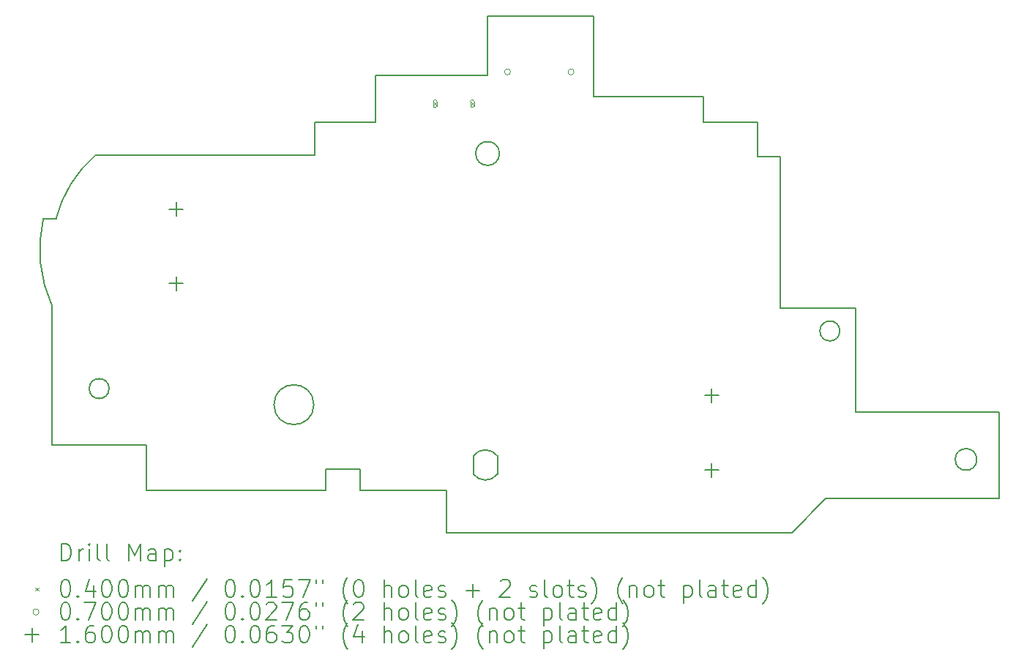
<source format=gbr>
%TF.GenerationSoftware,KiCad,Pcbnew,8.0.2*%
%TF.CreationDate,2025-02-05T20:19:19-08:00*%
%TF.ProjectId,progcc_3.3_main,70726f67-6363-45f3-932e-335f6d61696e,1*%
%TF.SameCoordinates,Original*%
%TF.FileFunction,Drillmap*%
%TF.FilePolarity,Positive*%
%FSLAX45Y45*%
G04 Gerber Fmt 4.5, Leading zero omitted, Abs format (unit mm)*
G04 Created by KiCad (PCBNEW 8.0.2) date 2025-02-05 20:19:19*
%MOMM*%
%LPD*%
G01*
G04 APERTURE LIST*
%ADD10C,0.200000*%
%ADD11C,0.100000*%
%ADD12C,0.160000*%
G04 APERTURE END LIST*
D10*
X16360622Y-10811436D02*
X16630622Y-10811436D01*
X17155623Y-14761436D02*
X16765622Y-15161436D01*
X12765623Y-15161436D02*
X12765623Y-14671436D01*
X13378123Y-10771436D02*
G75*
G02*
X13103123Y-10771436I-137500J0D01*
G01*
X13103123Y-10771436D02*
G75*
G02*
X13378123Y-10771436I137500J0D01*
G01*
X19155623Y-13761436D02*
X19155623Y-14761436D01*
X13075623Y-14270000D02*
G75*
G02*
X13355623Y-14270000I140000J-105000D01*
G01*
X16630622Y-12561436D02*
X17500623Y-12561436D01*
X16360622Y-10411436D02*
X16360622Y-10811436D01*
X13240623Y-9871436D02*
X13240623Y-9186436D01*
X11765623Y-14421436D02*
X11365623Y-14421436D01*
X9295623Y-14141436D02*
X8205623Y-14141436D01*
X17500623Y-12561436D02*
X17500623Y-13761436D01*
X12765623Y-14671436D02*
X11765623Y-14671436D01*
X8705623Y-10791436D02*
X11240623Y-10791436D01*
X18900000Y-14311000D02*
G75*
G02*
X18650000Y-14311000I-125000J0D01*
G01*
X18650000Y-14311000D02*
G75*
G02*
X18900000Y-14311000I125000J0D01*
G01*
X14470622Y-9186436D02*
X14470622Y-10111436D01*
X9295623Y-14671436D02*
X9295623Y-14141436D01*
X11940623Y-9871436D02*
X13240623Y-9871436D01*
X15740622Y-10111436D02*
X15740622Y-10411436D01*
X11365623Y-14671436D02*
X9295623Y-14671436D01*
X16765622Y-15161436D02*
X12765623Y-15161436D01*
X8101675Y-11525814D02*
X8249271Y-11525814D01*
X8205623Y-14141436D02*
X8205623Y-12541436D01*
X15740622Y-10411436D02*
X16360622Y-10411436D01*
X8862500Y-13491436D02*
G75*
G02*
X8632500Y-13491436I-115000J0D01*
G01*
X8632500Y-13491436D02*
G75*
G02*
X8862500Y-13491436I115000J0D01*
G01*
X11240623Y-10411436D02*
X11940623Y-10411436D01*
X11765623Y-14671436D02*
X11765623Y-14421436D01*
X11230000Y-13677500D02*
G75*
G02*
X10770000Y-13677500I-230000J0D01*
G01*
X10770000Y-13677500D02*
G75*
G02*
X11230000Y-13677500I230000J0D01*
G01*
X11240623Y-10791436D02*
X11240623Y-10411436D01*
X13240623Y-9186436D02*
X14470622Y-9186436D01*
X11365623Y-14421436D02*
X11365623Y-14671436D01*
X17500623Y-13761436D02*
X19155623Y-13761436D01*
X19155623Y-14761436D02*
X17155623Y-14761436D01*
X11940623Y-10411436D02*
X11940623Y-9871436D01*
X8205623Y-12541436D02*
G75*
G02*
X8101678Y-11525815I1434997J659996D01*
G01*
X8249271Y-11525814D02*
G75*
G02*
X8705623Y-10791436I1391351J-355621D01*
G01*
X17315000Y-12825000D02*
G75*
G02*
X17085000Y-12825000I-115000J0D01*
G01*
X17085000Y-12825000D02*
G75*
G02*
X17315000Y-12825000I115000J0D01*
G01*
X16630622Y-10811436D02*
X16630622Y-12561436D01*
X13355623Y-14480000D02*
G75*
G02*
X13075623Y-14480000I-140000J105000D01*
G01*
X14470622Y-10111436D02*
X15740622Y-10111436D01*
X13075623Y-14480000D02*
X13075623Y-14270000D01*
X13355623Y-14270000D02*
X13355623Y-14480000D01*
D11*
X12613352Y-10176500D02*
X12653352Y-10216500D01*
X12653352Y-10176500D02*
X12613352Y-10216500D01*
X12653352Y-10221500D02*
X12653352Y-10171500D01*
X12613352Y-10171500D02*
G75*
G02*
X12653352Y-10171500I20000J0D01*
G01*
X12613352Y-10171500D02*
X12613352Y-10221500D01*
X12613352Y-10221500D02*
G75*
G03*
X12653352Y-10221500I20000J0D01*
G01*
X13043352Y-10176500D02*
X13083352Y-10216500D01*
X13083352Y-10176500D02*
X13043352Y-10216500D01*
X13083352Y-10221500D02*
X13083352Y-10171500D01*
X13043352Y-10171500D02*
G75*
G02*
X13083352Y-10171500I20000J0D01*
G01*
X13043352Y-10171500D02*
X13043352Y-10221500D01*
X13043352Y-10221500D02*
G75*
G03*
X13083352Y-10221500I20000J0D01*
G01*
X13506000Y-9827500D02*
G75*
G02*
X13436000Y-9827500I-35000J0D01*
G01*
X13436000Y-9827500D02*
G75*
G02*
X13506000Y-9827500I35000J0D01*
G01*
X14241000Y-9827500D02*
G75*
G02*
X14171000Y-9827500I-35000J0D01*
G01*
X14171000Y-9827500D02*
G75*
G02*
X14241000Y-9827500I35000J0D01*
G01*
D12*
X9637700Y-11333260D02*
X9637700Y-11493260D01*
X9557700Y-11413260D02*
X9717700Y-11413260D01*
X9637700Y-12193260D02*
X9637700Y-12353260D01*
X9557700Y-12273260D02*
X9717700Y-12273260D01*
X15832020Y-13492200D02*
X15832020Y-13652200D01*
X15752020Y-13572200D02*
X15912020Y-13572200D01*
X15832020Y-14352200D02*
X15832020Y-14512200D01*
X15752020Y-14432200D02*
X15912020Y-14432200D01*
D10*
X8311899Y-15482919D02*
X8311899Y-15282919D01*
X8311899Y-15282919D02*
X8359518Y-15282919D01*
X8359518Y-15282919D02*
X8388090Y-15292443D01*
X8388090Y-15292443D02*
X8407138Y-15311491D01*
X8407138Y-15311491D02*
X8416661Y-15330538D01*
X8416661Y-15330538D02*
X8426185Y-15368634D01*
X8426185Y-15368634D02*
X8426185Y-15397205D01*
X8426185Y-15397205D02*
X8416661Y-15435300D01*
X8416661Y-15435300D02*
X8407138Y-15454348D01*
X8407138Y-15454348D02*
X8388090Y-15473396D01*
X8388090Y-15473396D02*
X8359518Y-15482919D01*
X8359518Y-15482919D02*
X8311899Y-15482919D01*
X8511899Y-15482919D02*
X8511899Y-15349586D01*
X8511899Y-15387681D02*
X8521423Y-15368634D01*
X8521423Y-15368634D02*
X8530947Y-15359110D01*
X8530947Y-15359110D02*
X8549995Y-15349586D01*
X8549995Y-15349586D02*
X8569042Y-15349586D01*
X8635709Y-15482919D02*
X8635709Y-15349586D01*
X8635709Y-15282919D02*
X8626185Y-15292443D01*
X8626185Y-15292443D02*
X8635709Y-15301967D01*
X8635709Y-15301967D02*
X8645233Y-15292443D01*
X8645233Y-15292443D02*
X8635709Y-15282919D01*
X8635709Y-15282919D02*
X8635709Y-15301967D01*
X8759518Y-15482919D02*
X8740471Y-15473396D01*
X8740471Y-15473396D02*
X8730947Y-15454348D01*
X8730947Y-15454348D02*
X8730947Y-15282919D01*
X8864280Y-15482919D02*
X8845233Y-15473396D01*
X8845233Y-15473396D02*
X8835709Y-15454348D01*
X8835709Y-15454348D02*
X8835709Y-15282919D01*
X9092852Y-15482919D02*
X9092852Y-15282919D01*
X9092852Y-15282919D02*
X9159519Y-15425777D01*
X9159519Y-15425777D02*
X9226185Y-15282919D01*
X9226185Y-15282919D02*
X9226185Y-15482919D01*
X9407138Y-15482919D02*
X9407138Y-15378158D01*
X9407138Y-15378158D02*
X9397614Y-15359110D01*
X9397614Y-15359110D02*
X9378566Y-15349586D01*
X9378566Y-15349586D02*
X9340471Y-15349586D01*
X9340471Y-15349586D02*
X9321423Y-15359110D01*
X9407138Y-15473396D02*
X9388090Y-15482919D01*
X9388090Y-15482919D02*
X9340471Y-15482919D01*
X9340471Y-15482919D02*
X9321423Y-15473396D01*
X9321423Y-15473396D02*
X9311899Y-15454348D01*
X9311899Y-15454348D02*
X9311899Y-15435300D01*
X9311899Y-15435300D02*
X9321423Y-15416253D01*
X9321423Y-15416253D02*
X9340471Y-15406729D01*
X9340471Y-15406729D02*
X9388090Y-15406729D01*
X9388090Y-15406729D02*
X9407138Y-15397205D01*
X9502376Y-15349586D02*
X9502376Y-15549586D01*
X9502376Y-15359110D02*
X9521423Y-15349586D01*
X9521423Y-15349586D02*
X9559519Y-15349586D01*
X9559519Y-15349586D02*
X9578566Y-15359110D01*
X9578566Y-15359110D02*
X9588090Y-15368634D01*
X9588090Y-15368634D02*
X9597614Y-15387681D01*
X9597614Y-15387681D02*
X9597614Y-15444824D01*
X9597614Y-15444824D02*
X9588090Y-15463872D01*
X9588090Y-15463872D02*
X9578566Y-15473396D01*
X9578566Y-15473396D02*
X9559519Y-15482919D01*
X9559519Y-15482919D02*
X9521423Y-15482919D01*
X9521423Y-15482919D02*
X9502376Y-15473396D01*
X9683328Y-15463872D02*
X9692852Y-15473396D01*
X9692852Y-15473396D02*
X9683328Y-15482919D01*
X9683328Y-15482919D02*
X9673804Y-15473396D01*
X9673804Y-15473396D02*
X9683328Y-15463872D01*
X9683328Y-15463872D02*
X9683328Y-15482919D01*
X9683328Y-15359110D02*
X9692852Y-15368634D01*
X9692852Y-15368634D02*
X9683328Y-15378158D01*
X9683328Y-15378158D02*
X9673804Y-15368634D01*
X9673804Y-15368634D02*
X9683328Y-15359110D01*
X9683328Y-15359110D02*
X9683328Y-15378158D01*
D11*
X8011123Y-15791436D02*
X8051123Y-15831436D01*
X8051123Y-15791436D02*
X8011123Y-15831436D01*
D10*
X8349995Y-15702919D02*
X8369042Y-15702919D01*
X8369042Y-15702919D02*
X8388090Y-15712443D01*
X8388090Y-15712443D02*
X8397614Y-15721967D01*
X8397614Y-15721967D02*
X8407138Y-15741015D01*
X8407138Y-15741015D02*
X8416661Y-15779110D01*
X8416661Y-15779110D02*
X8416661Y-15826729D01*
X8416661Y-15826729D02*
X8407138Y-15864824D01*
X8407138Y-15864824D02*
X8397614Y-15883872D01*
X8397614Y-15883872D02*
X8388090Y-15893396D01*
X8388090Y-15893396D02*
X8369042Y-15902919D01*
X8369042Y-15902919D02*
X8349995Y-15902919D01*
X8349995Y-15902919D02*
X8330947Y-15893396D01*
X8330947Y-15893396D02*
X8321423Y-15883872D01*
X8321423Y-15883872D02*
X8311899Y-15864824D01*
X8311899Y-15864824D02*
X8302376Y-15826729D01*
X8302376Y-15826729D02*
X8302376Y-15779110D01*
X8302376Y-15779110D02*
X8311899Y-15741015D01*
X8311899Y-15741015D02*
X8321423Y-15721967D01*
X8321423Y-15721967D02*
X8330947Y-15712443D01*
X8330947Y-15712443D02*
X8349995Y-15702919D01*
X8502376Y-15883872D02*
X8511899Y-15893396D01*
X8511899Y-15893396D02*
X8502376Y-15902919D01*
X8502376Y-15902919D02*
X8492852Y-15893396D01*
X8492852Y-15893396D02*
X8502376Y-15883872D01*
X8502376Y-15883872D02*
X8502376Y-15902919D01*
X8683328Y-15769586D02*
X8683328Y-15902919D01*
X8635709Y-15693396D02*
X8588090Y-15836253D01*
X8588090Y-15836253D02*
X8711899Y-15836253D01*
X8826185Y-15702919D02*
X8845233Y-15702919D01*
X8845233Y-15702919D02*
X8864280Y-15712443D01*
X8864280Y-15712443D02*
X8873804Y-15721967D01*
X8873804Y-15721967D02*
X8883328Y-15741015D01*
X8883328Y-15741015D02*
X8892852Y-15779110D01*
X8892852Y-15779110D02*
X8892852Y-15826729D01*
X8892852Y-15826729D02*
X8883328Y-15864824D01*
X8883328Y-15864824D02*
X8873804Y-15883872D01*
X8873804Y-15883872D02*
X8864280Y-15893396D01*
X8864280Y-15893396D02*
X8845233Y-15902919D01*
X8845233Y-15902919D02*
X8826185Y-15902919D01*
X8826185Y-15902919D02*
X8807138Y-15893396D01*
X8807138Y-15893396D02*
X8797614Y-15883872D01*
X8797614Y-15883872D02*
X8788090Y-15864824D01*
X8788090Y-15864824D02*
X8778566Y-15826729D01*
X8778566Y-15826729D02*
X8778566Y-15779110D01*
X8778566Y-15779110D02*
X8788090Y-15741015D01*
X8788090Y-15741015D02*
X8797614Y-15721967D01*
X8797614Y-15721967D02*
X8807138Y-15712443D01*
X8807138Y-15712443D02*
X8826185Y-15702919D01*
X9016661Y-15702919D02*
X9035709Y-15702919D01*
X9035709Y-15702919D02*
X9054757Y-15712443D01*
X9054757Y-15712443D02*
X9064280Y-15721967D01*
X9064280Y-15721967D02*
X9073804Y-15741015D01*
X9073804Y-15741015D02*
X9083328Y-15779110D01*
X9083328Y-15779110D02*
X9083328Y-15826729D01*
X9083328Y-15826729D02*
X9073804Y-15864824D01*
X9073804Y-15864824D02*
X9064280Y-15883872D01*
X9064280Y-15883872D02*
X9054757Y-15893396D01*
X9054757Y-15893396D02*
X9035709Y-15902919D01*
X9035709Y-15902919D02*
X9016661Y-15902919D01*
X9016661Y-15902919D02*
X8997614Y-15893396D01*
X8997614Y-15893396D02*
X8988090Y-15883872D01*
X8988090Y-15883872D02*
X8978566Y-15864824D01*
X8978566Y-15864824D02*
X8969042Y-15826729D01*
X8969042Y-15826729D02*
X8969042Y-15779110D01*
X8969042Y-15779110D02*
X8978566Y-15741015D01*
X8978566Y-15741015D02*
X8988090Y-15721967D01*
X8988090Y-15721967D02*
X8997614Y-15712443D01*
X8997614Y-15712443D02*
X9016661Y-15702919D01*
X9169042Y-15902919D02*
X9169042Y-15769586D01*
X9169042Y-15788634D02*
X9178566Y-15779110D01*
X9178566Y-15779110D02*
X9197614Y-15769586D01*
X9197614Y-15769586D02*
X9226185Y-15769586D01*
X9226185Y-15769586D02*
X9245233Y-15779110D01*
X9245233Y-15779110D02*
X9254757Y-15798158D01*
X9254757Y-15798158D02*
X9254757Y-15902919D01*
X9254757Y-15798158D02*
X9264280Y-15779110D01*
X9264280Y-15779110D02*
X9283328Y-15769586D01*
X9283328Y-15769586D02*
X9311899Y-15769586D01*
X9311899Y-15769586D02*
X9330947Y-15779110D01*
X9330947Y-15779110D02*
X9340471Y-15798158D01*
X9340471Y-15798158D02*
X9340471Y-15902919D01*
X9435709Y-15902919D02*
X9435709Y-15769586D01*
X9435709Y-15788634D02*
X9445233Y-15779110D01*
X9445233Y-15779110D02*
X9464280Y-15769586D01*
X9464280Y-15769586D02*
X9492852Y-15769586D01*
X9492852Y-15769586D02*
X9511900Y-15779110D01*
X9511900Y-15779110D02*
X9521423Y-15798158D01*
X9521423Y-15798158D02*
X9521423Y-15902919D01*
X9521423Y-15798158D02*
X9530947Y-15779110D01*
X9530947Y-15779110D02*
X9549995Y-15769586D01*
X9549995Y-15769586D02*
X9578566Y-15769586D01*
X9578566Y-15769586D02*
X9597614Y-15779110D01*
X9597614Y-15779110D02*
X9607138Y-15798158D01*
X9607138Y-15798158D02*
X9607138Y-15902919D01*
X9997614Y-15693396D02*
X9826185Y-15950538D01*
X10254757Y-15702919D02*
X10273804Y-15702919D01*
X10273804Y-15702919D02*
X10292852Y-15712443D01*
X10292852Y-15712443D02*
X10302376Y-15721967D01*
X10302376Y-15721967D02*
X10311900Y-15741015D01*
X10311900Y-15741015D02*
X10321423Y-15779110D01*
X10321423Y-15779110D02*
X10321423Y-15826729D01*
X10321423Y-15826729D02*
X10311900Y-15864824D01*
X10311900Y-15864824D02*
X10302376Y-15883872D01*
X10302376Y-15883872D02*
X10292852Y-15893396D01*
X10292852Y-15893396D02*
X10273804Y-15902919D01*
X10273804Y-15902919D02*
X10254757Y-15902919D01*
X10254757Y-15902919D02*
X10235709Y-15893396D01*
X10235709Y-15893396D02*
X10226185Y-15883872D01*
X10226185Y-15883872D02*
X10216662Y-15864824D01*
X10216662Y-15864824D02*
X10207138Y-15826729D01*
X10207138Y-15826729D02*
X10207138Y-15779110D01*
X10207138Y-15779110D02*
X10216662Y-15741015D01*
X10216662Y-15741015D02*
X10226185Y-15721967D01*
X10226185Y-15721967D02*
X10235709Y-15712443D01*
X10235709Y-15712443D02*
X10254757Y-15702919D01*
X10407138Y-15883872D02*
X10416662Y-15893396D01*
X10416662Y-15893396D02*
X10407138Y-15902919D01*
X10407138Y-15902919D02*
X10397614Y-15893396D01*
X10397614Y-15893396D02*
X10407138Y-15883872D01*
X10407138Y-15883872D02*
X10407138Y-15902919D01*
X10540471Y-15702919D02*
X10559519Y-15702919D01*
X10559519Y-15702919D02*
X10578566Y-15712443D01*
X10578566Y-15712443D02*
X10588090Y-15721967D01*
X10588090Y-15721967D02*
X10597614Y-15741015D01*
X10597614Y-15741015D02*
X10607138Y-15779110D01*
X10607138Y-15779110D02*
X10607138Y-15826729D01*
X10607138Y-15826729D02*
X10597614Y-15864824D01*
X10597614Y-15864824D02*
X10588090Y-15883872D01*
X10588090Y-15883872D02*
X10578566Y-15893396D01*
X10578566Y-15893396D02*
X10559519Y-15902919D01*
X10559519Y-15902919D02*
X10540471Y-15902919D01*
X10540471Y-15902919D02*
X10521423Y-15893396D01*
X10521423Y-15893396D02*
X10511900Y-15883872D01*
X10511900Y-15883872D02*
X10502376Y-15864824D01*
X10502376Y-15864824D02*
X10492852Y-15826729D01*
X10492852Y-15826729D02*
X10492852Y-15779110D01*
X10492852Y-15779110D02*
X10502376Y-15741015D01*
X10502376Y-15741015D02*
X10511900Y-15721967D01*
X10511900Y-15721967D02*
X10521423Y-15712443D01*
X10521423Y-15712443D02*
X10540471Y-15702919D01*
X10797614Y-15902919D02*
X10683328Y-15902919D01*
X10740471Y-15902919D02*
X10740471Y-15702919D01*
X10740471Y-15702919D02*
X10721423Y-15731491D01*
X10721423Y-15731491D02*
X10702376Y-15750538D01*
X10702376Y-15750538D02*
X10683328Y-15760062D01*
X10978566Y-15702919D02*
X10883328Y-15702919D01*
X10883328Y-15702919D02*
X10873804Y-15798158D01*
X10873804Y-15798158D02*
X10883328Y-15788634D01*
X10883328Y-15788634D02*
X10902376Y-15779110D01*
X10902376Y-15779110D02*
X10949995Y-15779110D01*
X10949995Y-15779110D02*
X10969043Y-15788634D01*
X10969043Y-15788634D02*
X10978566Y-15798158D01*
X10978566Y-15798158D02*
X10988090Y-15817205D01*
X10988090Y-15817205D02*
X10988090Y-15864824D01*
X10988090Y-15864824D02*
X10978566Y-15883872D01*
X10978566Y-15883872D02*
X10969043Y-15893396D01*
X10969043Y-15893396D02*
X10949995Y-15902919D01*
X10949995Y-15902919D02*
X10902376Y-15902919D01*
X10902376Y-15902919D02*
X10883328Y-15893396D01*
X10883328Y-15893396D02*
X10873804Y-15883872D01*
X11054757Y-15702919D02*
X11188090Y-15702919D01*
X11188090Y-15702919D02*
X11102376Y-15902919D01*
X11254757Y-15702919D02*
X11254757Y-15741015D01*
X11330947Y-15702919D02*
X11330947Y-15741015D01*
X11626185Y-15979110D02*
X11616662Y-15969586D01*
X11616662Y-15969586D02*
X11597614Y-15941015D01*
X11597614Y-15941015D02*
X11588090Y-15921967D01*
X11588090Y-15921967D02*
X11578566Y-15893396D01*
X11578566Y-15893396D02*
X11569043Y-15845777D01*
X11569043Y-15845777D02*
X11569043Y-15807681D01*
X11569043Y-15807681D02*
X11578566Y-15760062D01*
X11578566Y-15760062D02*
X11588090Y-15731491D01*
X11588090Y-15731491D02*
X11597614Y-15712443D01*
X11597614Y-15712443D02*
X11616662Y-15683872D01*
X11616662Y-15683872D02*
X11626185Y-15674348D01*
X11740471Y-15702919D02*
X11759519Y-15702919D01*
X11759519Y-15702919D02*
X11778566Y-15712443D01*
X11778566Y-15712443D02*
X11788090Y-15721967D01*
X11788090Y-15721967D02*
X11797614Y-15741015D01*
X11797614Y-15741015D02*
X11807138Y-15779110D01*
X11807138Y-15779110D02*
X11807138Y-15826729D01*
X11807138Y-15826729D02*
X11797614Y-15864824D01*
X11797614Y-15864824D02*
X11788090Y-15883872D01*
X11788090Y-15883872D02*
X11778566Y-15893396D01*
X11778566Y-15893396D02*
X11759519Y-15902919D01*
X11759519Y-15902919D02*
X11740471Y-15902919D01*
X11740471Y-15902919D02*
X11721423Y-15893396D01*
X11721423Y-15893396D02*
X11711900Y-15883872D01*
X11711900Y-15883872D02*
X11702376Y-15864824D01*
X11702376Y-15864824D02*
X11692852Y-15826729D01*
X11692852Y-15826729D02*
X11692852Y-15779110D01*
X11692852Y-15779110D02*
X11702376Y-15741015D01*
X11702376Y-15741015D02*
X11711900Y-15721967D01*
X11711900Y-15721967D02*
X11721423Y-15712443D01*
X11721423Y-15712443D02*
X11740471Y-15702919D01*
X12045233Y-15902919D02*
X12045233Y-15702919D01*
X12130947Y-15902919D02*
X12130947Y-15798158D01*
X12130947Y-15798158D02*
X12121424Y-15779110D01*
X12121424Y-15779110D02*
X12102376Y-15769586D01*
X12102376Y-15769586D02*
X12073804Y-15769586D01*
X12073804Y-15769586D02*
X12054757Y-15779110D01*
X12054757Y-15779110D02*
X12045233Y-15788634D01*
X12254757Y-15902919D02*
X12235709Y-15893396D01*
X12235709Y-15893396D02*
X12226185Y-15883872D01*
X12226185Y-15883872D02*
X12216662Y-15864824D01*
X12216662Y-15864824D02*
X12216662Y-15807681D01*
X12216662Y-15807681D02*
X12226185Y-15788634D01*
X12226185Y-15788634D02*
X12235709Y-15779110D01*
X12235709Y-15779110D02*
X12254757Y-15769586D01*
X12254757Y-15769586D02*
X12283328Y-15769586D01*
X12283328Y-15769586D02*
X12302376Y-15779110D01*
X12302376Y-15779110D02*
X12311900Y-15788634D01*
X12311900Y-15788634D02*
X12321424Y-15807681D01*
X12321424Y-15807681D02*
X12321424Y-15864824D01*
X12321424Y-15864824D02*
X12311900Y-15883872D01*
X12311900Y-15883872D02*
X12302376Y-15893396D01*
X12302376Y-15893396D02*
X12283328Y-15902919D01*
X12283328Y-15902919D02*
X12254757Y-15902919D01*
X12435709Y-15902919D02*
X12416662Y-15893396D01*
X12416662Y-15893396D02*
X12407138Y-15874348D01*
X12407138Y-15874348D02*
X12407138Y-15702919D01*
X12588090Y-15893396D02*
X12569043Y-15902919D01*
X12569043Y-15902919D02*
X12530947Y-15902919D01*
X12530947Y-15902919D02*
X12511900Y-15893396D01*
X12511900Y-15893396D02*
X12502376Y-15874348D01*
X12502376Y-15874348D02*
X12502376Y-15798158D01*
X12502376Y-15798158D02*
X12511900Y-15779110D01*
X12511900Y-15779110D02*
X12530947Y-15769586D01*
X12530947Y-15769586D02*
X12569043Y-15769586D01*
X12569043Y-15769586D02*
X12588090Y-15779110D01*
X12588090Y-15779110D02*
X12597614Y-15798158D01*
X12597614Y-15798158D02*
X12597614Y-15817205D01*
X12597614Y-15817205D02*
X12502376Y-15836253D01*
X12673805Y-15893396D02*
X12692852Y-15902919D01*
X12692852Y-15902919D02*
X12730947Y-15902919D01*
X12730947Y-15902919D02*
X12749995Y-15893396D01*
X12749995Y-15893396D02*
X12759519Y-15874348D01*
X12759519Y-15874348D02*
X12759519Y-15864824D01*
X12759519Y-15864824D02*
X12749995Y-15845777D01*
X12749995Y-15845777D02*
X12730947Y-15836253D01*
X12730947Y-15836253D02*
X12702376Y-15836253D01*
X12702376Y-15836253D02*
X12683328Y-15826729D01*
X12683328Y-15826729D02*
X12673805Y-15807681D01*
X12673805Y-15807681D02*
X12673805Y-15798158D01*
X12673805Y-15798158D02*
X12683328Y-15779110D01*
X12683328Y-15779110D02*
X12702376Y-15769586D01*
X12702376Y-15769586D02*
X12730947Y-15769586D01*
X12730947Y-15769586D02*
X12749995Y-15779110D01*
X12997614Y-15826729D02*
X13149995Y-15826729D01*
X13073805Y-15902919D02*
X13073805Y-15750538D01*
X13388090Y-15721967D02*
X13397614Y-15712443D01*
X13397614Y-15712443D02*
X13416662Y-15702919D01*
X13416662Y-15702919D02*
X13464281Y-15702919D01*
X13464281Y-15702919D02*
X13483328Y-15712443D01*
X13483328Y-15712443D02*
X13492852Y-15721967D01*
X13492852Y-15721967D02*
X13502376Y-15741015D01*
X13502376Y-15741015D02*
X13502376Y-15760062D01*
X13502376Y-15760062D02*
X13492852Y-15788634D01*
X13492852Y-15788634D02*
X13378567Y-15902919D01*
X13378567Y-15902919D02*
X13502376Y-15902919D01*
X13730948Y-15893396D02*
X13749995Y-15902919D01*
X13749995Y-15902919D02*
X13788090Y-15902919D01*
X13788090Y-15902919D02*
X13807138Y-15893396D01*
X13807138Y-15893396D02*
X13816662Y-15874348D01*
X13816662Y-15874348D02*
X13816662Y-15864824D01*
X13816662Y-15864824D02*
X13807138Y-15845777D01*
X13807138Y-15845777D02*
X13788090Y-15836253D01*
X13788090Y-15836253D02*
X13759519Y-15836253D01*
X13759519Y-15836253D02*
X13740471Y-15826729D01*
X13740471Y-15826729D02*
X13730948Y-15807681D01*
X13730948Y-15807681D02*
X13730948Y-15798158D01*
X13730948Y-15798158D02*
X13740471Y-15779110D01*
X13740471Y-15779110D02*
X13759519Y-15769586D01*
X13759519Y-15769586D02*
X13788090Y-15769586D01*
X13788090Y-15769586D02*
X13807138Y-15779110D01*
X13930948Y-15902919D02*
X13911900Y-15893396D01*
X13911900Y-15893396D02*
X13902376Y-15874348D01*
X13902376Y-15874348D02*
X13902376Y-15702919D01*
X14035709Y-15902919D02*
X14016662Y-15893396D01*
X14016662Y-15893396D02*
X14007138Y-15883872D01*
X14007138Y-15883872D02*
X13997614Y-15864824D01*
X13997614Y-15864824D02*
X13997614Y-15807681D01*
X13997614Y-15807681D02*
X14007138Y-15788634D01*
X14007138Y-15788634D02*
X14016662Y-15779110D01*
X14016662Y-15779110D02*
X14035709Y-15769586D01*
X14035709Y-15769586D02*
X14064281Y-15769586D01*
X14064281Y-15769586D02*
X14083329Y-15779110D01*
X14083329Y-15779110D02*
X14092852Y-15788634D01*
X14092852Y-15788634D02*
X14102376Y-15807681D01*
X14102376Y-15807681D02*
X14102376Y-15864824D01*
X14102376Y-15864824D02*
X14092852Y-15883872D01*
X14092852Y-15883872D02*
X14083329Y-15893396D01*
X14083329Y-15893396D02*
X14064281Y-15902919D01*
X14064281Y-15902919D02*
X14035709Y-15902919D01*
X14159519Y-15769586D02*
X14235709Y-15769586D01*
X14188090Y-15702919D02*
X14188090Y-15874348D01*
X14188090Y-15874348D02*
X14197614Y-15893396D01*
X14197614Y-15893396D02*
X14216662Y-15902919D01*
X14216662Y-15902919D02*
X14235709Y-15902919D01*
X14292852Y-15893396D02*
X14311900Y-15902919D01*
X14311900Y-15902919D02*
X14349995Y-15902919D01*
X14349995Y-15902919D02*
X14369043Y-15893396D01*
X14369043Y-15893396D02*
X14378567Y-15874348D01*
X14378567Y-15874348D02*
X14378567Y-15864824D01*
X14378567Y-15864824D02*
X14369043Y-15845777D01*
X14369043Y-15845777D02*
X14349995Y-15836253D01*
X14349995Y-15836253D02*
X14321424Y-15836253D01*
X14321424Y-15836253D02*
X14302376Y-15826729D01*
X14302376Y-15826729D02*
X14292852Y-15807681D01*
X14292852Y-15807681D02*
X14292852Y-15798158D01*
X14292852Y-15798158D02*
X14302376Y-15779110D01*
X14302376Y-15779110D02*
X14321424Y-15769586D01*
X14321424Y-15769586D02*
X14349995Y-15769586D01*
X14349995Y-15769586D02*
X14369043Y-15779110D01*
X14445233Y-15979110D02*
X14454757Y-15969586D01*
X14454757Y-15969586D02*
X14473805Y-15941015D01*
X14473805Y-15941015D02*
X14483329Y-15921967D01*
X14483329Y-15921967D02*
X14492852Y-15893396D01*
X14492852Y-15893396D02*
X14502376Y-15845777D01*
X14502376Y-15845777D02*
X14502376Y-15807681D01*
X14502376Y-15807681D02*
X14492852Y-15760062D01*
X14492852Y-15760062D02*
X14483329Y-15731491D01*
X14483329Y-15731491D02*
X14473805Y-15712443D01*
X14473805Y-15712443D02*
X14454757Y-15683872D01*
X14454757Y-15683872D02*
X14445233Y-15674348D01*
X14807138Y-15979110D02*
X14797614Y-15969586D01*
X14797614Y-15969586D02*
X14778567Y-15941015D01*
X14778567Y-15941015D02*
X14769043Y-15921967D01*
X14769043Y-15921967D02*
X14759519Y-15893396D01*
X14759519Y-15893396D02*
X14749995Y-15845777D01*
X14749995Y-15845777D02*
X14749995Y-15807681D01*
X14749995Y-15807681D02*
X14759519Y-15760062D01*
X14759519Y-15760062D02*
X14769043Y-15731491D01*
X14769043Y-15731491D02*
X14778567Y-15712443D01*
X14778567Y-15712443D02*
X14797614Y-15683872D01*
X14797614Y-15683872D02*
X14807138Y-15674348D01*
X14883329Y-15769586D02*
X14883329Y-15902919D01*
X14883329Y-15788634D02*
X14892852Y-15779110D01*
X14892852Y-15779110D02*
X14911900Y-15769586D01*
X14911900Y-15769586D02*
X14940471Y-15769586D01*
X14940471Y-15769586D02*
X14959519Y-15779110D01*
X14959519Y-15779110D02*
X14969043Y-15798158D01*
X14969043Y-15798158D02*
X14969043Y-15902919D01*
X15092852Y-15902919D02*
X15073805Y-15893396D01*
X15073805Y-15893396D02*
X15064281Y-15883872D01*
X15064281Y-15883872D02*
X15054757Y-15864824D01*
X15054757Y-15864824D02*
X15054757Y-15807681D01*
X15054757Y-15807681D02*
X15064281Y-15788634D01*
X15064281Y-15788634D02*
X15073805Y-15779110D01*
X15073805Y-15779110D02*
X15092852Y-15769586D01*
X15092852Y-15769586D02*
X15121424Y-15769586D01*
X15121424Y-15769586D02*
X15140471Y-15779110D01*
X15140471Y-15779110D02*
X15149995Y-15788634D01*
X15149995Y-15788634D02*
X15159519Y-15807681D01*
X15159519Y-15807681D02*
X15159519Y-15864824D01*
X15159519Y-15864824D02*
X15149995Y-15883872D01*
X15149995Y-15883872D02*
X15140471Y-15893396D01*
X15140471Y-15893396D02*
X15121424Y-15902919D01*
X15121424Y-15902919D02*
X15092852Y-15902919D01*
X15216662Y-15769586D02*
X15292852Y-15769586D01*
X15245233Y-15702919D02*
X15245233Y-15874348D01*
X15245233Y-15874348D02*
X15254757Y-15893396D01*
X15254757Y-15893396D02*
X15273805Y-15902919D01*
X15273805Y-15902919D02*
X15292852Y-15902919D01*
X15511900Y-15769586D02*
X15511900Y-15969586D01*
X15511900Y-15779110D02*
X15530948Y-15769586D01*
X15530948Y-15769586D02*
X15569043Y-15769586D01*
X15569043Y-15769586D02*
X15588091Y-15779110D01*
X15588091Y-15779110D02*
X15597614Y-15788634D01*
X15597614Y-15788634D02*
X15607138Y-15807681D01*
X15607138Y-15807681D02*
X15607138Y-15864824D01*
X15607138Y-15864824D02*
X15597614Y-15883872D01*
X15597614Y-15883872D02*
X15588091Y-15893396D01*
X15588091Y-15893396D02*
X15569043Y-15902919D01*
X15569043Y-15902919D02*
X15530948Y-15902919D01*
X15530948Y-15902919D02*
X15511900Y-15893396D01*
X15721424Y-15902919D02*
X15702376Y-15893396D01*
X15702376Y-15893396D02*
X15692852Y-15874348D01*
X15692852Y-15874348D02*
X15692852Y-15702919D01*
X15883329Y-15902919D02*
X15883329Y-15798158D01*
X15883329Y-15798158D02*
X15873805Y-15779110D01*
X15873805Y-15779110D02*
X15854757Y-15769586D01*
X15854757Y-15769586D02*
X15816662Y-15769586D01*
X15816662Y-15769586D02*
X15797614Y-15779110D01*
X15883329Y-15893396D02*
X15864281Y-15902919D01*
X15864281Y-15902919D02*
X15816662Y-15902919D01*
X15816662Y-15902919D02*
X15797614Y-15893396D01*
X15797614Y-15893396D02*
X15788091Y-15874348D01*
X15788091Y-15874348D02*
X15788091Y-15855300D01*
X15788091Y-15855300D02*
X15797614Y-15836253D01*
X15797614Y-15836253D02*
X15816662Y-15826729D01*
X15816662Y-15826729D02*
X15864281Y-15826729D01*
X15864281Y-15826729D02*
X15883329Y-15817205D01*
X15949995Y-15769586D02*
X16026186Y-15769586D01*
X15978567Y-15702919D02*
X15978567Y-15874348D01*
X15978567Y-15874348D02*
X15988091Y-15893396D01*
X15988091Y-15893396D02*
X16007138Y-15902919D01*
X16007138Y-15902919D02*
X16026186Y-15902919D01*
X16169043Y-15893396D02*
X16149995Y-15902919D01*
X16149995Y-15902919D02*
X16111900Y-15902919D01*
X16111900Y-15902919D02*
X16092852Y-15893396D01*
X16092852Y-15893396D02*
X16083329Y-15874348D01*
X16083329Y-15874348D02*
X16083329Y-15798158D01*
X16083329Y-15798158D02*
X16092852Y-15779110D01*
X16092852Y-15779110D02*
X16111900Y-15769586D01*
X16111900Y-15769586D02*
X16149995Y-15769586D01*
X16149995Y-15769586D02*
X16169043Y-15779110D01*
X16169043Y-15779110D02*
X16178567Y-15798158D01*
X16178567Y-15798158D02*
X16178567Y-15817205D01*
X16178567Y-15817205D02*
X16083329Y-15836253D01*
X16349995Y-15902919D02*
X16349995Y-15702919D01*
X16349995Y-15893396D02*
X16330948Y-15902919D01*
X16330948Y-15902919D02*
X16292852Y-15902919D01*
X16292852Y-15902919D02*
X16273805Y-15893396D01*
X16273805Y-15893396D02*
X16264281Y-15883872D01*
X16264281Y-15883872D02*
X16254757Y-15864824D01*
X16254757Y-15864824D02*
X16254757Y-15807681D01*
X16254757Y-15807681D02*
X16264281Y-15788634D01*
X16264281Y-15788634D02*
X16273805Y-15779110D01*
X16273805Y-15779110D02*
X16292852Y-15769586D01*
X16292852Y-15769586D02*
X16330948Y-15769586D01*
X16330948Y-15769586D02*
X16349995Y-15779110D01*
X16426186Y-15979110D02*
X16435710Y-15969586D01*
X16435710Y-15969586D02*
X16454757Y-15941015D01*
X16454757Y-15941015D02*
X16464281Y-15921967D01*
X16464281Y-15921967D02*
X16473805Y-15893396D01*
X16473805Y-15893396D02*
X16483329Y-15845777D01*
X16483329Y-15845777D02*
X16483329Y-15807681D01*
X16483329Y-15807681D02*
X16473805Y-15760062D01*
X16473805Y-15760062D02*
X16464281Y-15731491D01*
X16464281Y-15731491D02*
X16454757Y-15712443D01*
X16454757Y-15712443D02*
X16435710Y-15683872D01*
X16435710Y-15683872D02*
X16426186Y-15674348D01*
D11*
X8051123Y-16075436D02*
G75*
G02*
X7981123Y-16075436I-35000J0D01*
G01*
X7981123Y-16075436D02*
G75*
G02*
X8051123Y-16075436I35000J0D01*
G01*
D10*
X8349995Y-15966919D02*
X8369042Y-15966919D01*
X8369042Y-15966919D02*
X8388090Y-15976443D01*
X8388090Y-15976443D02*
X8397614Y-15985967D01*
X8397614Y-15985967D02*
X8407138Y-16005015D01*
X8407138Y-16005015D02*
X8416661Y-16043110D01*
X8416661Y-16043110D02*
X8416661Y-16090729D01*
X8416661Y-16090729D02*
X8407138Y-16128824D01*
X8407138Y-16128824D02*
X8397614Y-16147872D01*
X8397614Y-16147872D02*
X8388090Y-16157396D01*
X8388090Y-16157396D02*
X8369042Y-16166919D01*
X8369042Y-16166919D02*
X8349995Y-16166919D01*
X8349995Y-16166919D02*
X8330947Y-16157396D01*
X8330947Y-16157396D02*
X8321423Y-16147872D01*
X8321423Y-16147872D02*
X8311899Y-16128824D01*
X8311899Y-16128824D02*
X8302376Y-16090729D01*
X8302376Y-16090729D02*
X8302376Y-16043110D01*
X8302376Y-16043110D02*
X8311899Y-16005015D01*
X8311899Y-16005015D02*
X8321423Y-15985967D01*
X8321423Y-15985967D02*
X8330947Y-15976443D01*
X8330947Y-15976443D02*
X8349995Y-15966919D01*
X8502376Y-16147872D02*
X8511899Y-16157396D01*
X8511899Y-16157396D02*
X8502376Y-16166919D01*
X8502376Y-16166919D02*
X8492852Y-16157396D01*
X8492852Y-16157396D02*
X8502376Y-16147872D01*
X8502376Y-16147872D02*
X8502376Y-16166919D01*
X8578566Y-15966919D02*
X8711899Y-15966919D01*
X8711899Y-15966919D02*
X8626185Y-16166919D01*
X8826185Y-15966919D02*
X8845233Y-15966919D01*
X8845233Y-15966919D02*
X8864280Y-15976443D01*
X8864280Y-15976443D02*
X8873804Y-15985967D01*
X8873804Y-15985967D02*
X8883328Y-16005015D01*
X8883328Y-16005015D02*
X8892852Y-16043110D01*
X8892852Y-16043110D02*
X8892852Y-16090729D01*
X8892852Y-16090729D02*
X8883328Y-16128824D01*
X8883328Y-16128824D02*
X8873804Y-16147872D01*
X8873804Y-16147872D02*
X8864280Y-16157396D01*
X8864280Y-16157396D02*
X8845233Y-16166919D01*
X8845233Y-16166919D02*
X8826185Y-16166919D01*
X8826185Y-16166919D02*
X8807138Y-16157396D01*
X8807138Y-16157396D02*
X8797614Y-16147872D01*
X8797614Y-16147872D02*
X8788090Y-16128824D01*
X8788090Y-16128824D02*
X8778566Y-16090729D01*
X8778566Y-16090729D02*
X8778566Y-16043110D01*
X8778566Y-16043110D02*
X8788090Y-16005015D01*
X8788090Y-16005015D02*
X8797614Y-15985967D01*
X8797614Y-15985967D02*
X8807138Y-15976443D01*
X8807138Y-15976443D02*
X8826185Y-15966919D01*
X9016661Y-15966919D02*
X9035709Y-15966919D01*
X9035709Y-15966919D02*
X9054757Y-15976443D01*
X9054757Y-15976443D02*
X9064280Y-15985967D01*
X9064280Y-15985967D02*
X9073804Y-16005015D01*
X9073804Y-16005015D02*
X9083328Y-16043110D01*
X9083328Y-16043110D02*
X9083328Y-16090729D01*
X9083328Y-16090729D02*
X9073804Y-16128824D01*
X9073804Y-16128824D02*
X9064280Y-16147872D01*
X9064280Y-16147872D02*
X9054757Y-16157396D01*
X9054757Y-16157396D02*
X9035709Y-16166919D01*
X9035709Y-16166919D02*
X9016661Y-16166919D01*
X9016661Y-16166919D02*
X8997614Y-16157396D01*
X8997614Y-16157396D02*
X8988090Y-16147872D01*
X8988090Y-16147872D02*
X8978566Y-16128824D01*
X8978566Y-16128824D02*
X8969042Y-16090729D01*
X8969042Y-16090729D02*
X8969042Y-16043110D01*
X8969042Y-16043110D02*
X8978566Y-16005015D01*
X8978566Y-16005015D02*
X8988090Y-15985967D01*
X8988090Y-15985967D02*
X8997614Y-15976443D01*
X8997614Y-15976443D02*
X9016661Y-15966919D01*
X9169042Y-16166919D02*
X9169042Y-16033586D01*
X9169042Y-16052634D02*
X9178566Y-16043110D01*
X9178566Y-16043110D02*
X9197614Y-16033586D01*
X9197614Y-16033586D02*
X9226185Y-16033586D01*
X9226185Y-16033586D02*
X9245233Y-16043110D01*
X9245233Y-16043110D02*
X9254757Y-16062158D01*
X9254757Y-16062158D02*
X9254757Y-16166919D01*
X9254757Y-16062158D02*
X9264280Y-16043110D01*
X9264280Y-16043110D02*
X9283328Y-16033586D01*
X9283328Y-16033586D02*
X9311899Y-16033586D01*
X9311899Y-16033586D02*
X9330947Y-16043110D01*
X9330947Y-16043110D02*
X9340471Y-16062158D01*
X9340471Y-16062158D02*
X9340471Y-16166919D01*
X9435709Y-16166919D02*
X9435709Y-16033586D01*
X9435709Y-16052634D02*
X9445233Y-16043110D01*
X9445233Y-16043110D02*
X9464280Y-16033586D01*
X9464280Y-16033586D02*
X9492852Y-16033586D01*
X9492852Y-16033586D02*
X9511900Y-16043110D01*
X9511900Y-16043110D02*
X9521423Y-16062158D01*
X9521423Y-16062158D02*
X9521423Y-16166919D01*
X9521423Y-16062158D02*
X9530947Y-16043110D01*
X9530947Y-16043110D02*
X9549995Y-16033586D01*
X9549995Y-16033586D02*
X9578566Y-16033586D01*
X9578566Y-16033586D02*
X9597614Y-16043110D01*
X9597614Y-16043110D02*
X9607138Y-16062158D01*
X9607138Y-16062158D02*
X9607138Y-16166919D01*
X9997614Y-15957396D02*
X9826185Y-16214538D01*
X10254757Y-15966919D02*
X10273804Y-15966919D01*
X10273804Y-15966919D02*
X10292852Y-15976443D01*
X10292852Y-15976443D02*
X10302376Y-15985967D01*
X10302376Y-15985967D02*
X10311900Y-16005015D01*
X10311900Y-16005015D02*
X10321423Y-16043110D01*
X10321423Y-16043110D02*
X10321423Y-16090729D01*
X10321423Y-16090729D02*
X10311900Y-16128824D01*
X10311900Y-16128824D02*
X10302376Y-16147872D01*
X10302376Y-16147872D02*
X10292852Y-16157396D01*
X10292852Y-16157396D02*
X10273804Y-16166919D01*
X10273804Y-16166919D02*
X10254757Y-16166919D01*
X10254757Y-16166919D02*
X10235709Y-16157396D01*
X10235709Y-16157396D02*
X10226185Y-16147872D01*
X10226185Y-16147872D02*
X10216662Y-16128824D01*
X10216662Y-16128824D02*
X10207138Y-16090729D01*
X10207138Y-16090729D02*
X10207138Y-16043110D01*
X10207138Y-16043110D02*
X10216662Y-16005015D01*
X10216662Y-16005015D02*
X10226185Y-15985967D01*
X10226185Y-15985967D02*
X10235709Y-15976443D01*
X10235709Y-15976443D02*
X10254757Y-15966919D01*
X10407138Y-16147872D02*
X10416662Y-16157396D01*
X10416662Y-16157396D02*
X10407138Y-16166919D01*
X10407138Y-16166919D02*
X10397614Y-16157396D01*
X10397614Y-16157396D02*
X10407138Y-16147872D01*
X10407138Y-16147872D02*
X10407138Y-16166919D01*
X10540471Y-15966919D02*
X10559519Y-15966919D01*
X10559519Y-15966919D02*
X10578566Y-15976443D01*
X10578566Y-15976443D02*
X10588090Y-15985967D01*
X10588090Y-15985967D02*
X10597614Y-16005015D01*
X10597614Y-16005015D02*
X10607138Y-16043110D01*
X10607138Y-16043110D02*
X10607138Y-16090729D01*
X10607138Y-16090729D02*
X10597614Y-16128824D01*
X10597614Y-16128824D02*
X10588090Y-16147872D01*
X10588090Y-16147872D02*
X10578566Y-16157396D01*
X10578566Y-16157396D02*
X10559519Y-16166919D01*
X10559519Y-16166919D02*
X10540471Y-16166919D01*
X10540471Y-16166919D02*
X10521423Y-16157396D01*
X10521423Y-16157396D02*
X10511900Y-16147872D01*
X10511900Y-16147872D02*
X10502376Y-16128824D01*
X10502376Y-16128824D02*
X10492852Y-16090729D01*
X10492852Y-16090729D02*
X10492852Y-16043110D01*
X10492852Y-16043110D02*
X10502376Y-16005015D01*
X10502376Y-16005015D02*
X10511900Y-15985967D01*
X10511900Y-15985967D02*
X10521423Y-15976443D01*
X10521423Y-15976443D02*
X10540471Y-15966919D01*
X10683328Y-15985967D02*
X10692852Y-15976443D01*
X10692852Y-15976443D02*
X10711900Y-15966919D01*
X10711900Y-15966919D02*
X10759519Y-15966919D01*
X10759519Y-15966919D02*
X10778566Y-15976443D01*
X10778566Y-15976443D02*
X10788090Y-15985967D01*
X10788090Y-15985967D02*
X10797614Y-16005015D01*
X10797614Y-16005015D02*
X10797614Y-16024062D01*
X10797614Y-16024062D02*
X10788090Y-16052634D01*
X10788090Y-16052634D02*
X10673804Y-16166919D01*
X10673804Y-16166919D02*
X10797614Y-16166919D01*
X10864281Y-15966919D02*
X10997614Y-15966919D01*
X10997614Y-15966919D02*
X10911900Y-16166919D01*
X11159519Y-15966919D02*
X11121423Y-15966919D01*
X11121423Y-15966919D02*
X11102376Y-15976443D01*
X11102376Y-15976443D02*
X11092852Y-15985967D01*
X11092852Y-15985967D02*
X11073804Y-16014538D01*
X11073804Y-16014538D02*
X11064281Y-16052634D01*
X11064281Y-16052634D02*
X11064281Y-16128824D01*
X11064281Y-16128824D02*
X11073804Y-16147872D01*
X11073804Y-16147872D02*
X11083328Y-16157396D01*
X11083328Y-16157396D02*
X11102376Y-16166919D01*
X11102376Y-16166919D02*
X11140471Y-16166919D01*
X11140471Y-16166919D02*
X11159519Y-16157396D01*
X11159519Y-16157396D02*
X11169043Y-16147872D01*
X11169043Y-16147872D02*
X11178566Y-16128824D01*
X11178566Y-16128824D02*
X11178566Y-16081205D01*
X11178566Y-16081205D02*
X11169043Y-16062158D01*
X11169043Y-16062158D02*
X11159519Y-16052634D01*
X11159519Y-16052634D02*
X11140471Y-16043110D01*
X11140471Y-16043110D02*
X11102376Y-16043110D01*
X11102376Y-16043110D02*
X11083328Y-16052634D01*
X11083328Y-16052634D02*
X11073804Y-16062158D01*
X11073804Y-16062158D02*
X11064281Y-16081205D01*
X11254757Y-15966919D02*
X11254757Y-16005015D01*
X11330947Y-15966919D02*
X11330947Y-16005015D01*
X11626185Y-16243110D02*
X11616662Y-16233586D01*
X11616662Y-16233586D02*
X11597614Y-16205015D01*
X11597614Y-16205015D02*
X11588090Y-16185967D01*
X11588090Y-16185967D02*
X11578566Y-16157396D01*
X11578566Y-16157396D02*
X11569043Y-16109777D01*
X11569043Y-16109777D02*
X11569043Y-16071681D01*
X11569043Y-16071681D02*
X11578566Y-16024062D01*
X11578566Y-16024062D02*
X11588090Y-15995491D01*
X11588090Y-15995491D02*
X11597614Y-15976443D01*
X11597614Y-15976443D02*
X11616662Y-15947872D01*
X11616662Y-15947872D02*
X11626185Y-15938348D01*
X11692852Y-15985967D02*
X11702376Y-15976443D01*
X11702376Y-15976443D02*
X11721423Y-15966919D01*
X11721423Y-15966919D02*
X11769043Y-15966919D01*
X11769043Y-15966919D02*
X11788090Y-15976443D01*
X11788090Y-15976443D02*
X11797614Y-15985967D01*
X11797614Y-15985967D02*
X11807138Y-16005015D01*
X11807138Y-16005015D02*
X11807138Y-16024062D01*
X11807138Y-16024062D02*
X11797614Y-16052634D01*
X11797614Y-16052634D02*
X11683328Y-16166919D01*
X11683328Y-16166919D02*
X11807138Y-16166919D01*
X12045233Y-16166919D02*
X12045233Y-15966919D01*
X12130947Y-16166919D02*
X12130947Y-16062158D01*
X12130947Y-16062158D02*
X12121424Y-16043110D01*
X12121424Y-16043110D02*
X12102376Y-16033586D01*
X12102376Y-16033586D02*
X12073804Y-16033586D01*
X12073804Y-16033586D02*
X12054757Y-16043110D01*
X12054757Y-16043110D02*
X12045233Y-16052634D01*
X12254757Y-16166919D02*
X12235709Y-16157396D01*
X12235709Y-16157396D02*
X12226185Y-16147872D01*
X12226185Y-16147872D02*
X12216662Y-16128824D01*
X12216662Y-16128824D02*
X12216662Y-16071681D01*
X12216662Y-16071681D02*
X12226185Y-16052634D01*
X12226185Y-16052634D02*
X12235709Y-16043110D01*
X12235709Y-16043110D02*
X12254757Y-16033586D01*
X12254757Y-16033586D02*
X12283328Y-16033586D01*
X12283328Y-16033586D02*
X12302376Y-16043110D01*
X12302376Y-16043110D02*
X12311900Y-16052634D01*
X12311900Y-16052634D02*
X12321424Y-16071681D01*
X12321424Y-16071681D02*
X12321424Y-16128824D01*
X12321424Y-16128824D02*
X12311900Y-16147872D01*
X12311900Y-16147872D02*
X12302376Y-16157396D01*
X12302376Y-16157396D02*
X12283328Y-16166919D01*
X12283328Y-16166919D02*
X12254757Y-16166919D01*
X12435709Y-16166919D02*
X12416662Y-16157396D01*
X12416662Y-16157396D02*
X12407138Y-16138348D01*
X12407138Y-16138348D02*
X12407138Y-15966919D01*
X12588090Y-16157396D02*
X12569043Y-16166919D01*
X12569043Y-16166919D02*
X12530947Y-16166919D01*
X12530947Y-16166919D02*
X12511900Y-16157396D01*
X12511900Y-16157396D02*
X12502376Y-16138348D01*
X12502376Y-16138348D02*
X12502376Y-16062158D01*
X12502376Y-16062158D02*
X12511900Y-16043110D01*
X12511900Y-16043110D02*
X12530947Y-16033586D01*
X12530947Y-16033586D02*
X12569043Y-16033586D01*
X12569043Y-16033586D02*
X12588090Y-16043110D01*
X12588090Y-16043110D02*
X12597614Y-16062158D01*
X12597614Y-16062158D02*
X12597614Y-16081205D01*
X12597614Y-16081205D02*
X12502376Y-16100253D01*
X12673805Y-16157396D02*
X12692852Y-16166919D01*
X12692852Y-16166919D02*
X12730947Y-16166919D01*
X12730947Y-16166919D02*
X12749995Y-16157396D01*
X12749995Y-16157396D02*
X12759519Y-16138348D01*
X12759519Y-16138348D02*
X12759519Y-16128824D01*
X12759519Y-16128824D02*
X12749995Y-16109777D01*
X12749995Y-16109777D02*
X12730947Y-16100253D01*
X12730947Y-16100253D02*
X12702376Y-16100253D01*
X12702376Y-16100253D02*
X12683328Y-16090729D01*
X12683328Y-16090729D02*
X12673805Y-16071681D01*
X12673805Y-16071681D02*
X12673805Y-16062158D01*
X12673805Y-16062158D02*
X12683328Y-16043110D01*
X12683328Y-16043110D02*
X12702376Y-16033586D01*
X12702376Y-16033586D02*
X12730947Y-16033586D01*
X12730947Y-16033586D02*
X12749995Y-16043110D01*
X12826186Y-16243110D02*
X12835709Y-16233586D01*
X12835709Y-16233586D02*
X12854757Y-16205015D01*
X12854757Y-16205015D02*
X12864281Y-16185967D01*
X12864281Y-16185967D02*
X12873805Y-16157396D01*
X12873805Y-16157396D02*
X12883328Y-16109777D01*
X12883328Y-16109777D02*
X12883328Y-16071681D01*
X12883328Y-16071681D02*
X12873805Y-16024062D01*
X12873805Y-16024062D02*
X12864281Y-15995491D01*
X12864281Y-15995491D02*
X12854757Y-15976443D01*
X12854757Y-15976443D02*
X12835709Y-15947872D01*
X12835709Y-15947872D02*
X12826186Y-15938348D01*
X13188090Y-16243110D02*
X13178566Y-16233586D01*
X13178566Y-16233586D02*
X13159519Y-16205015D01*
X13159519Y-16205015D02*
X13149995Y-16185967D01*
X13149995Y-16185967D02*
X13140471Y-16157396D01*
X13140471Y-16157396D02*
X13130947Y-16109777D01*
X13130947Y-16109777D02*
X13130947Y-16071681D01*
X13130947Y-16071681D02*
X13140471Y-16024062D01*
X13140471Y-16024062D02*
X13149995Y-15995491D01*
X13149995Y-15995491D02*
X13159519Y-15976443D01*
X13159519Y-15976443D02*
X13178566Y-15947872D01*
X13178566Y-15947872D02*
X13188090Y-15938348D01*
X13264281Y-16033586D02*
X13264281Y-16166919D01*
X13264281Y-16052634D02*
X13273805Y-16043110D01*
X13273805Y-16043110D02*
X13292852Y-16033586D01*
X13292852Y-16033586D02*
X13321424Y-16033586D01*
X13321424Y-16033586D02*
X13340471Y-16043110D01*
X13340471Y-16043110D02*
X13349995Y-16062158D01*
X13349995Y-16062158D02*
X13349995Y-16166919D01*
X13473805Y-16166919D02*
X13454757Y-16157396D01*
X13454757Y-16157396D02*
X13445233Y-16147872D01*
X13445233Y-16147872D02*
X13435709Y-16128824D01*
X13435709Y-16128824D02*
X13435709Y-16071681D01*
X13435709Y-16071681D02*
X13445233Y-16052634D01*
X13445233Y-16052634D02*
X13454757Y-16043110D01*
X13454757Y-16043110D02*
X13473805Y-16033586D01*
X13473805Y-16033586D02*
X13502376Y-16033586D01*
X13502376Y-16033586D02*
X13521424Y-16043110D01*
X13521424Y-16043110D02*
X13530947Y-16052634D01*
X13530947Y-16052634D02*
X13540471Y-16071681D01*
X13540471Y-16071681D02*
X13540471Y-16128824D01*
X13540471Y-16128824D02*
X13530947Y-16147872D01*
X13530947Y-16147872D02*
X13521424Y-16157396D01*
X13521424Y-16157396D02*
X13502376Y-16166919D01*
X13502376Y-16166919D02*
X13473805Y-16166919D01*
X13597614Y-16033586D02*
X13673805Y-16033586D01*
X13626186Y-15966919D02*
X13626186Y-16138348D01*
X13626186Y-16138348D02*
X13635709Y-16157396D01*
X13635709Y-16157396D02*
X13654757Y-16166919D01*
X13654757Y-16166919D02*
X13673805Y-16166919D01*
X13892852Y-16033586D02*
X13892852Y-16233586D01*
X13892852Y-16043110D02*
X13911900Y-16033586D01*
X13911900Y-16033586D02*
X13949995Y-16033586D01*
X13949995Y-16033586D02*
X13969043Y-16043110D01*
X13969043Y-16043110D02*
X13978567Y-16052634D01*
X13978567Y-16052634D02*
X13988090Y-16071681D01*
X13988090Y-16071681D02*
X13988090Y-16128824D01*
X13988090Y-16128824D02*
X13978567Y-16147872D01*
X13978567Y-16147872D02*
X13969043Y-16157396D01*
X13969043Y-16157396D02*
X13949995Y-16166919D01*
X13949995Y-16166919D02*
X13911900Y-16166919D01*
X13911900Y-16166919D02*
X13892852Y-16157396D01*
X14102376Y-16166919D02*
X14083328Y-16157396D01*
X14083328Y-16157396D02*
X14073805Y-16138348D01*
X14073805Y-16138348D02*
X14073805Y-15966919D01*
X14264281Y-16166919D02*
X14264281Y-16062158D01*
X14264281Y-16062158D02*
X14254757Y-16043110D01*
X14254757Y-16043110D02*
X14235709Y-16033586D01*
X14235709Y-16033586D02*
X14197614Y-16033586D01*
X14197614Y-16033586D02*
X14178567Y-16043110D01*
X14264281Y-16157396D02*
X14245233Y-16166919D01*
X14245233Y-16166919D02*
X14197614Y-16166919D01*
X14197614Y-16166919D02*
X14178567Y-16157396D01*
X14178567Y-16157396D02*
X14169043Y-16138348D01*
X14169043Y-16138348D02*
X14169043Y-16119300D01*
X14169043Y-16119300D02*
X14178567Y-16100253D01*
X14178567Y-16100253D02*
X14197614Y-16090729D01*
X14197614Y-16090729D02*
X14245233Y-16090729D01*
X14245233Y-16090729D02*
X14264281Y-16081205D01*
X14330948Y-16033586D02*
X14407138Y-16033586D01*
X14359519Y-15966919D02*
X14359519Y-16138348D01*
X14359519Y-16138348D02*
X14369043Y-16157396D01*
X14369043Y-16157396D02*
X14388090Y-16166919D01*
X14388090Y-16166919D02*
X14407138Y-16166919D01*
X14549995Y-16157396D02*
X14530948Y-16166919D01*
X14530948Y-16166919D02*
X14492852Y-16166919D01*
X14492852Y-16166919D02*
X14473805Y-16157396D01*
X14473805Y-16157396D02*
X14464281Y-16138348D01*
X14464281Y-16138348D02*
X14464281Y-16062158D01*
X14464281Y-16062158D02*
X14473805Y-16043110D01*
X14473805Y-16043110D02*
X14492852Y-16033586D01*
X14492852Y-16033586D02*
X14530948Y-16033586D01*
X14530948Y-16033586D02*
X14549995Y-16043110D01*
X14549995Y-16043110D02*
X14559519Y-16062158D01*
X14559519Y-16062158D02*
X14559519Y-16081205D01*
X14559519Y-16081205D02*
X14464281Y-16100253D01*
X14730948Y-16166919D02*
X14730948Y-15966919D01*
X14730948Y-16157396D02*
X14711900Y-16166919D01*
X14711900Y-16166919D02*
X14673805Y-16166919D01*
X14673805Y-16166919D02*
X14654757Y-16157396D01*
X14654757Y-16157396D02*
X14645233Y-16147872D01*
X14645233Y-16147872D02*
X14635709Y-16128824D01*
X14635709Y-16128824D02*
X14635709Y-16071681D01*
X14635709Y-16071681D02*
X14645233Y-16052634D01*
X14645233Y-16052634D02*
X14654757Y-16043110D01*
X14654757Y-16043110D02*
X14673805Y-16033586D01*
X14673805Y-16033586D02*
X14711900Y-16033586D01*
X14711900Y-16033586D02*
X14730948Y-16043110D01*
X14807138Y-16243110D02*
X14816662Y-16233586D01*
X14816662Y-16233586D02*
X14835709Y-16205015D01*
X14835709Y-16205015D02*
X14845233Y-16185967D01*
X14845233Y-16185967D02*
X14854757Y-16157396D01*
X14854757Y-16157396D02*
X14864281Y-16109777D01*
X14864281Y-16109777D02*
X14864281Y-16071681D01*
X14864281Y-16071681D02*
X14854757Y-16024062D01*
X14854757Y-16024062D02*
X14845233Y-15995491D01*
X14845233Y-15995491D02*
X14835709Y-15976443D01*
X14835709Y-15976443D02*
X14816662Y-15947872D01*
X14816662Y-15947872D02*
X14807138Y-15938348D01*
D12*
X7971123Y-16259436D02*
X7971123Y-16419436D01*
X7891123Y-16339436D02*
X8051123Y-16339436D01*
D10*
X8416661Y-16430919D02*
X8302376Y-16430919D01*
X8359518Y-16430919D02*
X8359518Y-16230919D01*
X8359518Y-16230919D02*
X8340471Y-16259491D01*
X8340471Y-16259491D02*
X8321423Y-16278538D01*
X8321423Y-16278538D02*
X8302376Y-16288062D01*
X8502376Y-16411872D02*
X8511899Y-16421396D01*
X8511899Y-16421396D02*
X8502376Y-16430919D01*
X8502376Y-16430919D02*
X8492852Y-16421396D01*
X8492852Y-16421396D02*
X8502376Y-16411872D01*
X8502376Y-16411872D02*
X8502376Y-16430919D01*
X8683328Y-16230919D02*
X8645233Y-16230919D01*
X8645233Y-16230919D02*
X8626185Y-16240443D01*
X8626185Y-16240443D02*
X8616661Y-16249967D01*
X8616661Y-16249967D02*
X8597614Y-16278538D01*
X8597614Y-16278538D02*
X8588090Y-16316634D01*
X8588090Y-16316634D02*
X8588090Y-16392824D01*
X8588090Y-16392824D02*
X8597614Y-16411872D01*
X8597614Y-16411872D02*
X8607138Y-16421396D01*
X8607138Y-16421396D02*
X8626185Y-16430919D01*
X8626185Y-16430919D02*
X8664280Y-16430919D01*
X8664280Y-16430919D02*
X8683328Y-16421396D01*
X8683328Y-16421396D02*
X8692852Y-16411872D01*
X8692852Y-16411872D02*
X8702376Y-16392824D01*
X8702376Y-16392824D02*
X8702376Y-16345205D01*
X8702376Y-16345205D02*
X8692852Y-16326158D01*
X8692852Y-16326158D02*
X8683328Y-16316634D01*
X8683328Y-16316634D02*
X8664280Y-16307110D01*
X8664280Y-16307110D02*
X8626185Y-16307110D01*
X8626185Y-16307110D02*
X8607138Y-16316634D01*
X8607138Y-16316634D02*
X8597614Y-16326158D01*
X8597614Y-16326158D02*
X8588090Y-16345205D01*
X8826185Y-16230919D02*
X8845233Y-16230919D01*
X8845233Y-16230919D02*
X8864280Y-16240443D01*
X8864280Y-16240443D02*
X8873804Y-16249967D01*
X8873804Y-16249967D02*
X8883328Y-16269015D01*
X8883328Y-16269015D02*
X8892852Y-16307110D01*
X8892852Y-16307110D02*
X8892852Y-16354729D01*
X8892852Y-16354729D02*
X8883328Y-16392824D01*
X8883328Y-16392824D02*
X8873804Y-16411872D01*
X8873804Y-16411872D02*
X8864280Y-16421396D01*
X8864280Y-16421396D02*
X8845233Y-16430919D01*
X8845233Y-16430919D02*
X8826185Y-16430919D01*
X8826185Y-16430919D02*
X8807138Y-16421396D01*
X8807138Y-16421396D02*
X8797614Y-16411872D01*
X8797614Y-16411872D02*
X8788090Y-16392824D01*
X8788090Y-16392824D02*
X8778566Y-16354729D01*
X8778566Y-16354729D02*
X8778566Y-16307110D01*
X8778566Y-16307110D02*
X8788090Y-16269015D01*
X8788090Y-16269015D02*
X8797614Y-16249967D01*
X8797614Y-16249967D02*
X8807138Y-16240443D01*
X8807138Y-16240443D02*
X8826185Y-16230919D01*
X9016661Y-16230919D02*
X9035709Y-16230919D01*
X9035709Y-16230919D02*
X9054757Y-16240443D01*
X9054757Y-16240443D02*
X9064280Y-16249967D01*
X9064280Y-16249967D02*
X9073804Y-16269015D01*
X9073804Y-16269015D02*
X9083328Y-16307110D01*
X9083328Y-16307110D02*
X9083328Y-16354729D01*
X9083328Y-16354729D02*
X9073804Y-16392824D01*
X9073804Y-16392824D02*
X9064280Y-16411872D01*
X9064280Y-16411872D02*
X9054757Y-16421396D01*
X9054757Y-16421396D02*
X9035709Y-16430919D01*
X9035709Y-16430919D02*
X9016661Y-16430919D01*
X9016661Y-16430919D02*
X8997614Y-16421396D01*
X8997614Y-16421396D02*
X8988090Y-16411872D01*
X8988090Y-16411872D02*
X8978566Y-16392824D01*
X8978566Y-16392824D02*
X8969042Y-16354729D01*
X8969042Y-16354729D02*
X8969042Y-16307110D01*
X8969042Y-16307110D02*
X8978566Y-16269015D01*
X8978566Y-16269015D02*
X8988090Y-16249967D01*
X8988090Y-16249967D02*
X8997614Y-16240443D01*
X8997614Y-16240443D02*
X9016661Y-16230919D01*
X9169042Y-16430919D02*
X9169042Y-16297586D01*
X9169042Y-16316634D02*
X9178566Y-16307110D01*
X9178566Y-16307110D02*
X9197614Y-16297586D01*
X9197614Y-16297586D02*
X9226185Y-16297586D01*
X9226185Y-16297586D02*
X9245233Y-16307110D01*
X9245233Y-16307110D02*
X9254757Y-16326158D01*
X9254757Y-16326158D02*
X9254757Y-16430919D01*
X9254757Y-16326158D02*
X9264280Y-16307110D01*
X9264280Y-16307110D02*
X9283328Y-16297586D01*
X9283328Y-16297586D02*
X9311899Y-16297586D01*
X9311899Y-16297586D02*
X9330947Y-16307110D01*
X9330947Y-16307110D02*
X9340471Y-16326158D01*
X9340471Y-16326158D02*
X9340471Y-16430919D01*
X9435709Y-16430919D02*
X9435709Y-16297586D01*
X9435709Y-16316634D02*
X9445233Y-16307110D01*
X9445233Y-16307110D02*
X9464280Y-16297586D01*
X9464280Y-16297586D02*
X9492852Y-16297586D01*
X9492852Y-16297586D02*
X9511900Y-16307110D01*
X9511900Y-16307110D02*
X9521423Y-16326158D01*
X9521423Y-16326158D02*
X9521423Y-16430919D01*
X9521423Y-16326158D02*
X9530947Y-16307110D01*
X9530947Y-16307110D02*
X9549995Y-16297586D01*
X9549995Y-16297586D02*
X9578566Y-16297586D01*
X9578566Y-16297586D02*
X9597614Y-16307110D01*
X9597614Y-16307110D02*
X9607138Y-16326158D01*
X9607138Y-16326158D02*
X9607138Y-16430919D01*
X9997614Y-16221396D02*
X9826185Y-16478538D01*
X10254757Y-16230919D02*
X10273804Y-16230919D01*
X10273804Y-16230919D02*
X10292852Y-16240443D01*
X10292852Y-16240443D02*
X10302376Y-16249967D01*
X10302376Y-16249967D02*
X10311900Y-16269015D01*
X10311900Y-16269015D02*
X10321423Y-16307110D01*
X10321423Y-16307110D02*
X10321423Y-16354729D01*
X10321423Y-16354729D02*
X10311900Y-16392824D01*
X10311900Y-16392824D02*
X10302376Y-16411872D01*
X10302376Y-16411872D02*
X10292852Y-16421396D01*
X10292852Y-16421396D02*
X10273804Y-16430919D01*
X10273804Y-16430919D02*
X10254757Y-16430919D01*
X10254757Y-16430919D02*
X10235709Y-16421396D01*
X10235709Y-16421396D02*
X10226185Y-16411872D01*
X10226185Y-16411872D02*
X10216662Y-16392824D01*
X10216662Y-16392824D02*
X10207138Y-16354729D01*
X10207138Y-16354729D02*
X10207138Y-16307110D01*
X10207138Y-16307110D02*
X10216662Y-16269015D01*
X10216662Y-16269015D02*
X10226185Y-16249967D01*
X10226185Y-16249967D02*
X10235709Y-16240443D01*
X10235709Y-16240443D02*
X10254757Y-16230919D01*
X10407138Y-16411872D02*
X10416662Y-16421396D01*
X10416662Y-16421396D02*
X10407138Y-16430919D01*
X10407138Y-16430919D02*
X10397614Y-16421396D01*
X10397614Y-16421396D02*
X10407138Y-16411872D01*
X10407138Y-16411872D02*
X10407138Y-16430919D01*
X10540471Y-16230919D02*
X10559519Y-16230919D01*
X10559519Y-16230919D02*
X10578566Y-16240443D01*
X10578566Y-16240443D02*
X10588090Y-16249967D01*
X10588090Y-16249967D02*
X10597614Y-16269015D01*
X10597614Y-16269015D02*
X10607138Y-16307110D01*
X10607138Y-16307110D02*
X10607138Y-16354729D01*
X10607138Y-16354729D02*
X10597614Y-16392824D01*
X10597614Y-16392824D02*
X10588090Y-16411872D01*
X10588090Y-16411872D02*
X10578566Y-16421396D01*
X10578566Y-16421396D02*
X10559519Y-16430919D01*
X10559519Y-16430919D02*
X10540471Y-16430919D01*
X10540471Y-16430919D02*
X10521423Y-16421396D01*
X10521423Y-16421396D02*
X10511900Y-16411872D01*
X10511900Y-16411872D02*
X10502376Y-16392824D01*
X10502376Y-16392824D02*
X10492852Y-16354729D01*
X10492852Y-16354729D02*
X10492852Y-16307110D01*
X10492852Y-16307110D02*
X10502376Y-16269015D01*
X10502376Y-16269015D02*
X10511900Y-16249967D01*
X10511900Y-16249967D02*
X10521423Y-16240443D01*
X10521423Y-16240443D02*
X10540471Y-16230919D01*
X10778566Y-16230919D02*
X10740471Y-16230919D01*
X10740471Y-16230919D02*
X10721423Y-16240443D01*
X10721423Y-16240443D02*
X10711900Y-16249967D01*
X10711900Y-16249967D02*
X10692852Y-16278538D01*
X10692852Y-16278538D02*
X10683328Y-16316634D01*
X10683328Y-16316634D02*
X10683328Y-16392824D01*
X10683328Y-16392824D02*
X10692852Y-16411872D01*
X10692852Y-16411872D02*
X10702376Y-16421396D01*
X10702376Y-16421396D02*
X10721423Y-16430919D01*
X10721423Y-16430919D02*
X10759519Y-16430919D01*
X10759519Y-16430919D02*
X10778566Y-16421396D01*
X10778566Y-16421396D02*
X10788090Y-16411872D01*
X10788090Y-16411872D02*
X10797614Y-16392824D01*
X10797614Y-16392824D02*
X10797614Y-16345205D01*
X10797614Y-16345205D02*
X10788090Y-16326158D01*
X10788090Y-16326158D02*
X10778566Y-16316634D01*
X10778566Y-16316634D02*
X10759519Y-16307110D01*
X10759519Y-16307110D02*
X10721423Y-16307110D01*
X10721423Y-16307110D02*
X10702376Y-16316634D01*
X10702376Y-16316634D02*
X10692852Y-16326158D01*
X10692852Y-16326158D02*
X10683328Y-16345205D01*
X10864281Y-16230919D02*
X10988090Y-16230919D01*
X10988090Y-16230919D02*
X10921423Y-16307110D01*
X10921423Y-16307110D02*
X10949995Y-16307110D01*
X10949995Y-16307110D02*
X10969043Y-16316634D01*
X10969043Y-16316634D02*
X10978566Y-16326158D01*
X10978566Y-16326158D02*
X10988090Y-16345205D01*
X10988090Y-16345205D02*
X10988090Y-16392824D01*
X10988090Y-16392824D02*
X10978566Y-16411872D01*
X10978566Y-16411872D02*
X10969043Y-16421396D01*
X10969043Y-16421396D02*
X10949995Y-16430919D01*
X10949995Y-16430919D02*
X10892852Y-16430919D01*
X10892852Y-16430919D02*
X10873804Y-16421396D01*
X10873804Y-16421396D02*
X10864281Y-16411872D01*
X11111900Y-16230919D02*
X11130947Y-16230919D01*
X11130947Y-16230919D02*
X11149995Y-16240443D01*
X11149995Y-16240443D02*
X11159519Y-16249967D01*
X11159519Y-16249967D02*
X11169043Y-16269015D01*
X11169043Y-16269015D02*
X11178566Y-16307110D01*
X11178566Y-16307110D02*
X11178566Y-16354729D01*
X11178566Y-16354729D02*
X11169043Y-16392824D01*
X11169043Y-16392824D02*
X11159519Y-16411872D01*
X11159519Y-16411872D02*
X11149995Y-16421396D01*
X11149995Y-16421396D02*
X11130947Y-16430919D01*
X11130947Y-16430919D02*
X11111900Y-16430919D01*
X11111900Y-16430919D02*
X11092852Y-16421396D01*
X11092852Y-16421396D02*
X11083328Y-16411872D01*
X11083328Y-16411872D02*
X11073804Y-16392824D01*
X11073804Y-16392824D02*
X11064281Y-16354729D01*
X11064281Y-16354729D02*
X11064281Y-16307110D01*
X11064281Y-16307110D02*
X11073804Y-16269015D01*
X11073804Y-16269015D02*
X11083328Y-16249967D01*
X11083328Y-16249967D02*
X11092852Y-16240443D01*
X11092852Y-16240443D02*
X11111900Y-16230919D01*
X11254757Y-16230919D02*
X11254757Y-16269015D01*
X11330947Y-16230919D02*
X11330947Y-16269015D01*
X11626185Y-16507110D02*
X11616662Y-16497586D01*
X11616662Y-16497586D02*
X11597614Y-16469015D01*
X11597614Y-16469015D02*
X11588090Y-16449967D01*
X11588090Y-16449967D02*
X11578566Y-16421396D01*
X11578566Y-16421396D02*
X11569043Y-16373777D01*
X11569043Y-16373777D02*
X11569043Y-16335681D01*
X11569043Y-16335681D02*
X11578566Y-16288062D01*
X11578566Y-16288062D02*
X11588090Y-16259491D01*
X11588090Y-16259491D02*
X11597614Y-16240443D01*
X11597614Y-16240443D02*
X11616662Y-16211872D01*
X11616662Y-16211872D02*
X11626185Y-16202348D01*
X11788090Y-16297586D02*
X11788090Y-16430919D01*
X11740471Y-16221396D02*
X11692852Y-16364253D01*
X11692852Y-16364253D02*
X11816662Y-16364253D01*
X12045233Y-16430919D02*
X12045233Y-16230919D01*
X12130947Y-16430919D02*
X12130947Y-16326158D01*
X12130947Y-16326158D02*
X12121424Y-16307110D01*
X12121424Y-16307110D02*
X12102376Y-16297586D01*
X12102376Y-16297586D02*
X12073804Y-16297586D01*
X12073804Y-16297586D02*
X12054757Y-16307110D01*
X12054757Y-16307110D02*
X12045233Y-16316634D01*
X12254757Y-16430919D02*
X12235709Y-16421396D01*
X12235709Y-16421396D02*
X12226185Y-16411872D01*
X12226185Y-16411872D02*
X12216662Y-16392824D01*
X12216662Y-16392824D02*
X12216662Y-16335681D01*
X12216662Y-16335681D02*
X12226185Y-16316634D01*
X12226185Y-16316634D02*
X12235709Y-16307110D01*
X12235709Y-16307110D02*
X12254757Y-16297586D01*
X12254757Y-16297586D02*
X12283328Y-16297586D01*
X12283328Y-16297586D02*
X12302376Y-16307110D01*
X12302376Y-16307110D02*
X12311900Y-16316634D01*
X12311900Y-16316634D02*
X12321424Y-16335681D01*
X12321424Y-16335681D02*
X12321424Y-16392824D01*
X12321424Y-16392824D02*
X12311900Y-16411872D01*
X12311900Y-16411872D02*
X12302376Y-16421396D01*
X12302376Y-16421396D02*
X12283328Y-16430919D01*
X12283328Y-16430919D02*
X12254757Y-16430919D01*
X12435709Y-16430919D02*
X12416662Y-16421396D01*
X12416662Y-16421396D02*
X12407138Y-16402348D01*
X12407138Y-16402348D02*
X12407138Y-16230919D01*
X12588090Y-16421396D02*
X12569043Y-16430919D01*
X12569043Y-16430919D02*
X12530947Y-16430919D01*
X12530947Y-16430919D02*
X12511900Y-16421396D01*
X12511900Y-16421396D02*
X12502376Y-16402348D01*
X12502376Y-16402348D02*
X12502376Y-16326158D01*
X12502376Y-16326158D02*
X12511900Y-16307110D01*
X12511900Y-16307110D02*
X12530947Y-16297586D01*
X12530947Y-16297586D02*
X12569043Y-16297586D01*
X12569043Y-16297586D02*
X12588090Y-16307110D01*
X12588090Y-16307110D02*
X12597614Y-16326158D01*
X12597614Y-16326158D02*
X12597614Y-16345205D01*
X12597614Y-16345205D02*
X12502376Y-16364253D01*
X12673805Y-16421396D02*
X12692852Y-16430919D01*
X12692852Y-16430919D02*
X12730947Y-16430919D01*
X12730947Y-16430919D02*
X12749995Y-16421396D01*
X12749995Y-16421396D02*
X12759519Y-16402348D01*
X12759519Y-16402348D02*
X12759519Y-16392824D01*
X12759519Y-16392824D02*
X12749995Y-16373777D01*
X12749995Y-16373777D02*
X12730947Y-16364253D01*
X12730947Y-16364253D02*
X12702376Y-16364253D01*
X12702376Y-16364253D02*
X12683328Y-16354729D01*
X12683328Y-16354729D02*
X12673805Y-16335681D01*
X12673805Y-16335681D02*
X12673805Y-16326158D01*
X12673805Y-16326158D02*
X12683328Y-16307110D01*
X12683328Y-16307110D02*
X12702376Y-16297586D01*
X12702376Y-16297586D02*
X12730947Y-16297586D01*
X12730947Y-16297586D02*
X12749995Y-16307110D01*
X12826186Y-16507110D02*
X12835709Y-16497586D01*
X12835709Y-16497586D02*
X12854757Y-16469015D01*
X12854757Y-16469015D02*
X12864281Y-16449967D01*
X12864281Y-16449967D02*
X12873805Y-16421396D01*
X12873805Y-16421396D02*
X12883328Y-16373777D01*
X12883328Y-16373777D02*
X12883328Y-16335681D01*
X12883328Y-16335681D02*
X12873805Y-16288062D01*
X12873805Y-16288062D02*
X12864281Y-16259491D01*
X12864281Y-16259491D02*
X12854757Y-16240443D01*
X12854757Y-16240443D02*
X12835709Y-16211872D01*
X12835709Y-16211872D02*
X12826186Y-16202348D01*
X13188090Y-16507110D02*
X13178566Y-16497586D01*
X13178566Y-16497586D02*
X13159519Y-16469015D01*
X13159519Y-16469015D02*
X13149995Y-16449967D01*
X13149995Y-16449967D02*
X13140471Y-16421396D01*
X13140471Y-16421396D02*
X13130947Y-16373777D01*
X13130947Y-16373777D02*
X13130947Y-16335681D01*
X13130947Y-16335681D02*
X13140471Y-16288062D01*
X13140471Y-16288062D02*
X13149995Y-16259491D01*
X13149995Y-16259491D02*
X13159519Y-16240443D01*
X13159519Y-16240443D02*
X13178566Y-16211872D01*
X13178566Y-16211872D02*
X13188090Y-16202348D01*
X13264281Y-16297586D02*
X13264281Y-16430919D01*
X13264281Y-16316634D02*
X13273805Y-16307110D01*
X13273805Y-16307110D02*
X13292852Y-16297586D01*
X13292852Y-16297586D02*
X13321424Y-16297586D01*
X13321424Y-16297586D02*
X13340471Y-16307110D01*
X13340471Y-16307110D02*
X13349995Y-16326158D01*
X13349995Y-16326158D02*
X13349995Y-16430919D01*
X13473805Y-16430919D02*
X13454757Y-16421396D01*
X13454757Y-16421396D02*
X13445233Y-16411872D01*
X13445233Y-16411872D02*
X13435709Y-16392824D01*
X13435709Y-16392824D02*
X13435709Y-16335681D01*
X13435709Y-16335681D02*
X13445233Y-16316634D01*
X13445233Y-16316634D02*
X13454757Y-16307110D01*
X13454757Y-16307110D02*
X13473805Y-16297586D01*
X13473805Y-16297586D02*
X13502376Y-16297586D01*
X13502376Y-16297586D02*
X13521424Y-16307110D01*
X13521424Y-16307110D02*
X13530947Y-16316634D01*
X13530947Y-16316634D02*
X13540471Y-16335681D01*
X13540471Y-16335681D02*
X13540471Y-16392824D01*
X13540471Y-16392824D02*
X13530947Y-16411872D01*
X13530947Y-16411872D02*
X13521424Y-16421396D01*
X13521424Y-16421396D02*
X13502376Y-16430919D01*
X13502376Y-16430919D02*
X13473805Y-16430919D01*
X13597614Y-16297586D02*
X13673805Y-16297586D01*
X13626186Y-16230919D02*
X13626186Y-16402348D01*
X13626186Y-16402348D02*
X13635709Y-16421396D01*
X13635709Y-16421396D02*
X13654757Y-16430919D01*
X13654757Y-16430919D02*
X13673805Y-16430919D01*
X13892852Y-16297586D02*
X13892852Y-16497586D01*
X13892852Y-16307110D02*
X13911900Y-16297586D01*
X13911900Y-16297586D02*
X13949995Y-16297586D01*
X13949995Y-16297586D02*
X13969043Y-16307110D01*
X13969043Y-16307110D02*
X13978567Y-16316634D01*
X13978567Y-16316634D02*
X13988090Y-16335681D01*
X13988090Y-16335681D02*
X13988090Y-16392824D01*
X13988090Y-16392824D02*
X13978567Y-16411872D01*
X13978567Y-16411872D02*
X13969043Y-16421396D01*
X13969043Y-16421396D02*
X13949995Y-16430919D01*
X13949995Y-16430919D02*
X13911900Y-16430919D01*
X13911900Y-16430919D02*
X13892852Y-16421396D01*
X14102376Y-16430919D02*
X14083328Y-16421396D01*
X14083328Y-16421396D02*
X14073805Y-16402348D01*
X14073805Y-16402348D02*
X14073805Y-16230919D01*
X14264281Y-16430919D02*
X14264281Y-16326158D01*
X14264281Y-16326158D02*
X14254757Y-16307110D01*
X14254757Y-16307110D02*
X14235709Y-16297586D01*
X14235709Y-16297586D02*
X14197614Y-16297586D01*
X14197614Y-16297586D02*
X14178567Y-16307110D01*
X14264281Y-16421396D02*
X14245233Y-16430919D01*
X14245233Y-16430919D02*
X14197614Y-16430919D01*
X14197614Y-16430919D02*
X14178567Y-16421396D01*
X14178567Y-16421396D02*
X14169043Y-16402348D01*
X14169043Y-16402348D02*
X14169043Y-16383300D01*
X14169043Y-16383300D02*
X14178567Y-16364253D01*
X14178567Y-16364253D02*
X14197614Y-16354729D01*
X14197614Y-16354729D02*
X14245233Y-16354729D01*
X14245233Y-16354729D02*
X14264281Y-16345205D01*
X14330948Y-16297586D02*
X14407138Y-16297586D01*
X14359519Y-16230919D02*
X14359519Y-16402348D01*
X14359519Y-16402348D02*
X14369043Y-16421396D01*
X14369043Y-16421396D02*
X14388090Y-16430919D01*
X14388090Y-16430919D02*
X14407138Y-16430919D01*
X14549995Y-16421396D02*
X14530948Y-16430919D01*
X14530948Y-16430919D02*
X14492852Y-16430919D01*
X14492852Y-16430919D02*
X14473805Y-16421396D01*
X14473805Y-16421396D02*
X14464281Y-16402348D01*
X14464281Y-16402348D02*
X14464281Y-16326158D01*
X14464281Y-16326158D02*
X14473805Y-16307110D01*
X14473805Y-16307110D02*
X14492852Y-16297586D01*
X14492852Y-16297586D02*
X14530948Y-16297586D01*
X14530948Y-16297586D02*
X14549995Y-16307110D01*
X14549995Y-16307110D02*
X14559519Y-16326158D01*
X14559519Y-16326158D02*
X14559519Y-16345205D01*
X14559519Y-16345205D02*
X14464281Y-16364253D01*
X14730948Y-16430919D02*
X14730948Y-16230919D01*
X14730948Y-16421396D02*
X14711900Y-16430919D01*
X14711900Y-16430919D02*
X14673805Y-16430919D01*
X14673805Y-16430919D02*
X14654757Y-16421396D01*
X14654757Y-16421396D02*
X14645233Y-16411872D01*
X14645233Y-16411872D02*
X14635709Y-16392824D01*
X14635709Y-16392824D02*
X14635709Y-16335681D01*
X14635709Y-16335681D02*
X14645233Y-16316634D01*
X14645233Y-16316634D02*
X14654757Y-16307110D01*
X14654757Y-16307110D02*
X14673805Y-16297586D01*
X14673805Y-16297586D02*
X14711900Y-16297586D01*
X14711900Y-16297586D02*
X14730948Y-16307110D01*
X14807138Y-16507110D02*
X14816662Y-16497586D01*
X14816662Y-16497586D02*
X14835709Y-16469015D01*
X14835709Y-16469015D02*
X14845233Y-16449967D01*
X14845233Y-16449967D02*
X14854757Y-16421396D01*
X14854757Y-16421396D02*
X14864281Y-16373777D01*
X14864281Y-16373777D02*
X14864281Y-16335681D01*
X14864281Y-16335681D02*
X14854757Y-16288062D01*
X14854757Y-16288062D02*
X14845233Y-16259491D01*
X14845233Y-16259491D02*
X14835709Y-16240443D01*
X14835709Y-16240443D02*
X14816662Y-16211872D01*
X14816662Y-16211872D02*
X14807138Y-16202348D01*
M02*

</source>
